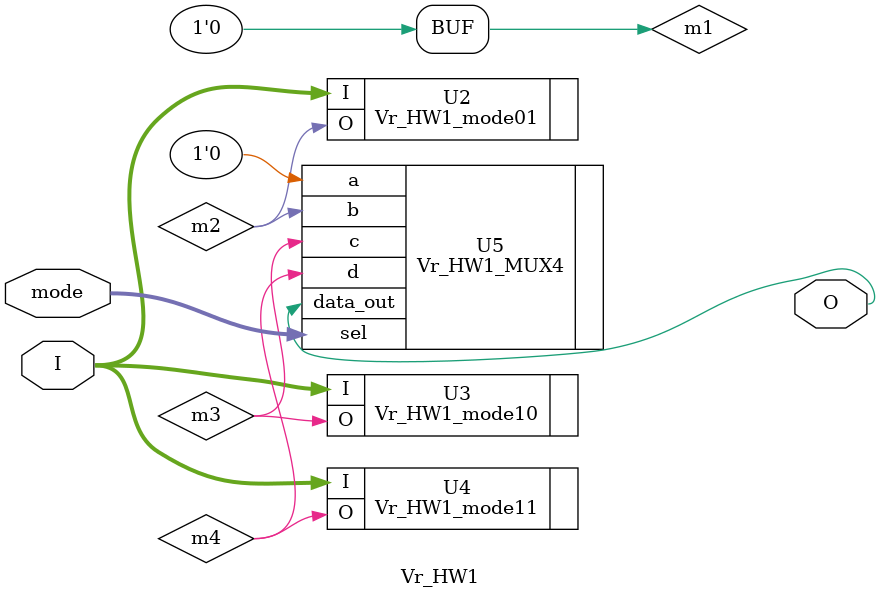
<source format=v>
module Vr_HW1(I, mode, O);

  input [3:0] I;
  input [1:0] mode;
  parameter i=1;
  output O;

  /* internal signal delcaration here (if necessary) */
  wire m1, m2, m3, m4;
  /* fill in your structural implementation here */
  not U1(m1, i);
  Vr_HW1_mode01 U2(.O(m2), .I(I));
  Vr_HW1_mode10 U3(.O(m3), .I(I));
  Vr_HW1_mode11 U4(.O(m4), .I(I));
  Vr_HW1_MUX4 U5(.data_out(O), .a(m1), .b(m2), .c(m3), .d(m4), .sel(mode));
endmodule

</source>
